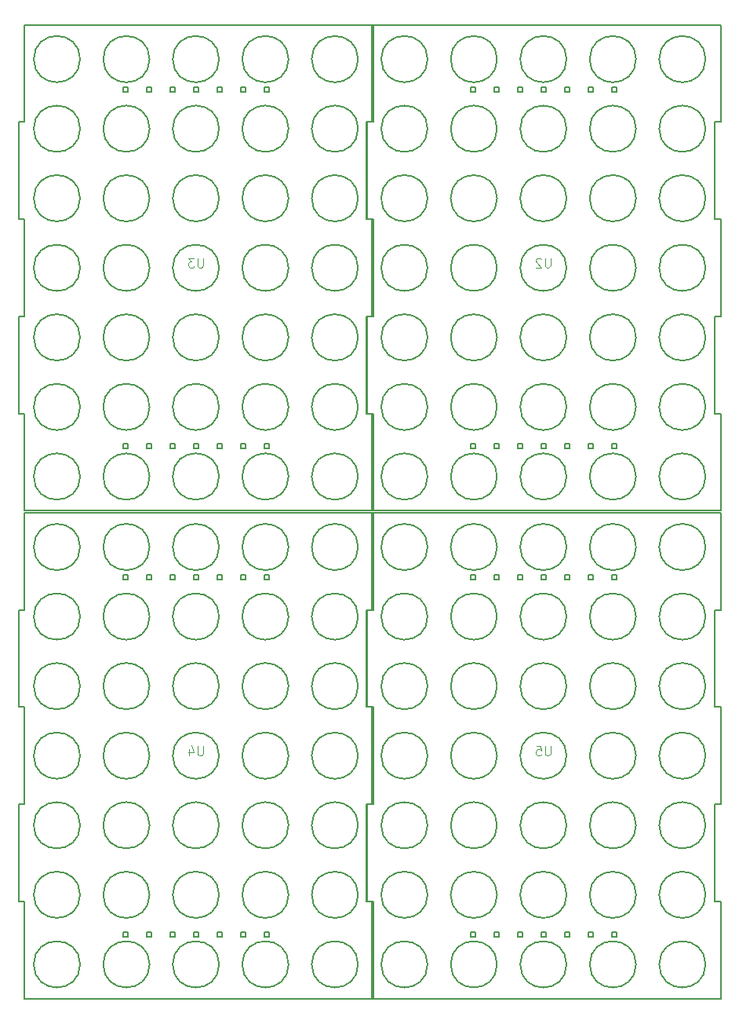
<source format=gbr>
%TF.GenerationSoftware,KiCad,Pcbnew,8.0.5*%
%TF.CreationDate,2025-02-27T20:45:01-08:00*%
%TF.ProjectId,ledaray,6c656461-7261-4792-9e6b-696361645f70,rev?*%
%TF.SameCoordinates,Original*%
%TF.FileFunction,Legend,Bot*%
%TF.FilePolarity,Positive*%
%FSLAX46Y46*%
G04 Gerber Fmt 4.6, Leading zero omitted, Abs format (unit mm)*
G04 Created by KiCad (PCBNEW 8.0.5) date 2025-02-27 20:45:01*
%MOMM*%
%LPD*%
G01*
G04 APERTURE LIST*
%ADD10C,0.100000*%
%ADD11C,0.200000*%
G04 APERTURE END LIST*
D10*
X124641904Y-60407419D02*
X124641904Y-61216942D01*
X124641904Y-61216942D02*
X124594285Y-61312180D01*
X124594285Y-61312180D02*
X124546666Y-61359800D01*
X124546666Y-61359800D02*
X124451428Y-61407419D01*
X124451428Y-61407419D02*
X124260952Y-61407419D01*
X124260952Y-61407419D02*
X124165714Y-61359800D01*
X124165714Y-61359800D02*
X124118095Y-61312180D01*
X124118095Y-61312180D02*
X124070476Y-61216942D01*
X124070476Y-61216942D02*
X124070476Y-60407419D01*
X123641904Y-60502657D02*
X123594285Y-60455038D01*
X123594285Y-60455038D02*
X123499047Y-60407419D01*
X123499047Y-60407419D02*
X123260952Y-60407419D01*
X123260952Y-60407419D02*
X123165714Y-60455038D01*
X123165714Y-60455038D02*
X123118095Y-60502657D01*
X123118095Y-60502657D02*
X123070476Y-60597895D01*
X123070476Y-60597895D02*
X123070476Y-60693133D01*
X123070476Y-60693133D02*
X123118095Y-60835990D01*
X123118095Y-60835990D02*
X123689523Y-61407419D01*
X123689523Y-61407419D02*
X123070476Y-61407419D01*
X124641904Y-113007419D02*
X124641904Y-113816942D01*
X124641904Y-113816942D02*
X124594285Y-113912180D01*
X124594285Y-113912180D02*
X124546666Y-113959800D01*
X124546666Y-113959800D02*
X124451428Y-114007419D01*
X124451428Y-114007419D02*
X124260952Y-114007419D01*
X124260952Y-114007419D02*
X124165714Y-113959800D01*
X124165714Y-113959800D02*
X124118095Y-113912180D01*
X124118095Y-113912180D02*
X124070476Y-113816942D01*
X124070476Y-113816942D02*
X124070476Y-113007419D01*
X123118095Y-113007419D02*
X123594285Y-113007419D01*
X123594285Y-113007419D02*
X123641904Y-113483609D01*
X123641904Y-113483609D02*
X123594285Y-113435990D01*
X123594285Y-113435990D02*
X123499047Y-113388371D01*
X123499047Y-113388371D02*
X123260952Y-113388371D01*
X123260952Y-113388371D02*
X123165714Y-113435990D01*
X123165714Y-113435990D02*
X123118095Y-113483609D01*
X123118095Y-113483609D02*
X123070476Y-113578847D01*
X123070476Y-113578847D02*
X123070476Y-113816942D01*
X123070476Y-113816942D02*
X123118095Y-113912180D01*
X123118095Y-113912180D02*
X123165714Y-113959800D01*
X123165714Y-113959800D02*
X123260952Y-114007419D01*
X123260952Y-114007419D02*
X123499047Y-114007419D01*
X123499047Y-114007419D02*
X123594285Y-113959800D01*
X123594285Y-113959800D02*
X123641904Y-113912180D01*
X87141904Y-60407419D02*
X87141904Y-61216942D01*
X87141904Y-61216942D02*
X87094285Y-61312180D01*
X87094285Y-61312180D02*
X87046666Y-61359800D01*
X87046666Y-61359800D02*
X86951428Y-61407419D01*
X86951428Y-61407419D02*
X86760952Y-61407419D01*
X86760952Y-61407419D02*
X86665714Y-61359800D01*
X86665714Y-61359800D02*
X86618095Y-61312180D01*
X86618095Y-61312180D02*
X86570476Y-61216942D01*
X86570476Y-61216942D02*
X86570476Y-60407419D01*
X86189523Y-60407419D02*
X85570476Y-60407419D01*
X85570476Y-60407419D02*
X85903809Y-60788371D01*
X85903809Y-60788371D02*
X85760952Y-60788371D01*
X85760952Y-60788371D02*
X85665714Y-60835990D01*
X85665714Y-60835990D02*
X85618095Y-60883609D01*
X85618095Y-60883609D02*
X85570476Y-60978847D01*
X85570476Y-60978847D02*
X85570476Y-61216942D01*
X85570476Y-61216942D02*
X85618095Y-61312180D01*
X85618095Y-61312180D02*
X85665714Y-61359800D01*
X85665714Y-61359800D02*
X85760952Y-61407419D01*
X85760952Y-61407419D02*
X86046666Y-61407419D01*
X86046666Y-61407419D02*
X86141904Y-61359800D01*
X86141904Y-61359800D02*
X86189523Y-61312180D01*
X87141904Y-113007419D02*
X87141904Y-113816942D01*
X87141904Y-113816942D02*
X87094285Y-113912180D01*
X87094285Y-113912180D02*
X87046666Y-113959800D01*
X87046666Y-113959800D02*
X86951428Y-114007419D01*
X86951428Y-114007419D02*
X86760952Y-114007419D01*
X86760952Y-114007419D02*
X86665714Y-113959800D01*
X86665714Y-113959800D02*
X86618095Y-113912180D01*
X86618095Y-113912180D02*
X86570476Y-113816942D01*
X86570476Y-113816942D02*
X86570476Y-113007419D01*
X85665714Y-113340752D02*
X85665714Y-114007419D01*
X85903809Y-112959800D02*
X86141904Y-113674085D01*
X86141904Y-113674085D02*
X85522857Y-113674085D01*
D11*
%TO.C,U2*%
X104740000Y-45730000D02*
X105400000Y-45730000D01*
X104740000Y-56210000D02*
X104740000Y-45730000D01*
X104740000Y-66690000D02*
X105400000Y-66690000D01*
X104740000Y-77170000D02*
X104740000Y-66690000D01*
X105400000Y-35250000D02*
X143020000Y-35250000D01*
X105400000Y-45730000D02*
X105400000Y-35250000D01*
X105400000Y-56210000D02*
X104740000Y-56210000D01*
X105400000Y-66690000D02*
X105400000Y-56210000D01*
X105400000Y-77170000D02*
X104740000Y-77170000D01*
X105400000Y-87650000D02*
X105400000Y-77170000D01*
X116010000Y-41950000D02*
X116510000Y-41950000D01*
X116010000Y-42450000D02*
X116010000Y-41950000D01*
X116010000Y-80450000D02*
X116510000Y-80450000D01*
X116010000Y-80950000D02*
X116010000Y-80450000D01*
X116510000Y-41950000D02*
X116510000Y-42450000D01*
X116510000Y-42450000D02*
X116010000Y-42450000D01*
X116510000Y-80450000D02*
X116510000Y-80950000D01*
X116510000Y-80950000D02*
X116010000Y-80950000D01*
X118550000Y-41950000D02*
X119050000Y-41950000D01*
X118550000Y-42450000D02*
X118550000Y-41950000D01*
X118550000Y-80450000D02*
X119050000Y-80450000D01*
X118550000Y-80950000D02*
X118550000Y-80450000D01*
X119050000Y-41950000D02*
X119050000Y-42450000D01*
X119050000Y-42450000D02*
X118550000Y-42450000D01*
X119050000Y-80450000D02*
X119050000Y-80950000D01*
X119050000Y-80950000D02*
X118550000Y-80950000D01*
X121090000Y-41950000D02*
X121590000Y-41950000D01*
X121090000Y-42450000D02*
X121090000Y-41950000D01*
X121090000Y-80450000D02*
X121590000Y-80450000D01*
X121090000Y-80950000D02*
X121090000Y-80450000D01*
X121590000Y-41950000D02*
X121590000Y-42450000D01*
X121590000Y-42450000D02*
X121090000Y-42450000D01*
X121590000Y-80450000D02*
X121590000Y-80950000D01*
X121590000Y-80950000D02*
X121090000Y-80950000D01*
X123630000Y-41950000D02*
X124130000Y-41950000D01*
X123630000Y-42450000D02*
X123630000Y-41950000D01*
X123630000Y-80450000D02*
X124130000Y-80450000D01*
X123630000Y-80950000D02*
X123630000Y-80450000D01*
X124130000Y-41950000D02*
X124130000Y-42450000D01*
X124130000Y-42450000D02*
X123630000Y-42450000D01*
X124130000Y-80450000D02*
X124130000Y-80950000D01*
X124130000Y-80950000D02*
X123630000Y-80950000D01*
X126170000Y-41950000D02*
X126670000Y-41950000D01*
X126170000Y-42450000D02*
X126170000Y-41950000D01*
X126170000Y-80450000D02*
X126670000Y-80450000D01*
X126170000Y-80950000D02*
X126170000Y-80450000D01*
X126670000Y-41950000D02*
X126670000Y-42450000D01*
X126670000Y-42450000D02*
X126170000Y-42450000D01*
X126670000Y-80450000D02*
X126670000Y-80950000D01*
X126670000Y-80950000D02*
X126170000Y-80950000D01*
X128710000Y-41950000D02*
X129210000Y-41950000D01*
X128710000Y-42450000D02*
X128710000Y-41950000D01*
X128710000Y-80450000D02*
X129210000Y-80450000D01*
X128710000Y-80950000D02*
X128710000Y-80450000D01*
X129210000Y-41950000D02*
X129210000Y-42450000D01*
X129210000Y-42450000D02*
X128710000Y-42450000D01*
X129210000Y-80450000D02*
X129210000Y-80950000D01*
X129210000Y-80950000D02*
X128710000Y-80950000D01*
X131250000Y-41950000D02*
X131750000Y-41950000D01*
X131250000Y-42450000D02*
X131250000Y-41950000D01*
X131250000Y-80450000D02*
X131750000Y-80450000D01*
X131250000Y-80950000D02*
X131250000Y-80450000D01*
X131750000Y-41950000D02*
X131750000Y-42450000D01*
X131750000Y-42450000D02*
X131250000Y-42450000D01*
X131750000Y-80450000D02*
X131750000Y-80950000D01*
X131750000Y-80950000D02*
X131250000Y-80950000D01*
X142360000Y-45730000D02*
X142360000Y-56210000D01*
X142360000Y-56210000D02*
X143020000Y-56210000D01*
X142360000Y-66690000D02*
X142360000Y-77170000D01*
X142360000Y-77170000D02*
X143020000Y-77170000D01*
X143020000Y-35250000D02*
X143020000Y-45730000D01*
X143020000Y-45730000D02*
X142360000Y-45730000D01*
X143020000Y-56210000D02*
X143020000Y-66690000D01*
X143020000Y-66690000D02*
X142360000Y-66690000D01*
X143020000Y-77170000D02*
X143020000Y-87650000D01*
X143020000Y-87650000D02*
X105400000Y-87650000D01*
X111380000Y-38950000D02*
G75*
G02*
X106380000Y-38950000I-2500000J0D01*
G01*
X106380000Y-38950000D02*
G75*
G02*
X111380000Y-38950000I2500000J0D01*
G01*
X111380000Y-46450000D02*
G75*
G02*
X106380000Y-46450000I-2500000J0D01*
G01*
X106380000Y-46450000D02*
G75*
G02*
X111380000Y-46450000I2500000J0D01*
G01*
X111380000Y-53950000D02*
G75*
G02*
X106380000Y-53950000I-2500000J0D01*
G01*
X106380000Y-53950000D02*
G75*
G02*
X111380000Y-53950000I2500000J0D01*
G01*
X111380000Y-61450000D02*
G75*
G02*
X106380000Y-61450000I-2500000J0D01*
G01*
X106380000Y-61450000D02*
G75*
G02*
X111380000Y-61450000I2500000J0D01*
G01*
X111380000Y-68950000D02*
G75*
G02*
X106380000Y-68950000I-2500000J0D01*
G01*
X106380000Y-68950000D02*
G75*
G02*
X111380000Y-68950000I2500000J0D01*
G01*
X111380000Y-76450000D02*
G75*
G02*
X106380000Y-76450000I-2500000J0D01*
G01*
X106380000Y-76450000D02*
G75*
G02*
X111380000Y-76450000I2500000J0D01*
G01*
X111380000Y-83950000D02*
G75*
G02*
X106380000Y-83950000I-2500000J0D01*
G01*
X106380000Y-83950000D02*
G75*
G02*
X111380000Y-83950000I2500000J0D01*
G01*
X118880000Y-38950000D02*
G75*
G02*
X113880000Y-38950000I-2500000J0D01*
G01*
X113880000Y-38950000D02*
G75*
G02*
X118880000Y-38950000I2500000J0D01*
G01*
X118880000Y-46450000D02*
G75*
G02*
X113880000Y-46450000I-2500000J0D01*
G01*
X113880000Y-46450000D02*
G75*
G02*
X118880000Y-46450000I2500000J0D01*
G01*
X118880000Y-53950000D02*
G75*
G02*
X113880000Y-53950000I-2500000J0D01*
G01*
X113880000Y-53950000D02*
G75*
G02*
X118880000Y-53950000I2500000J0D01*
G01*
X118880000Y-61450000D02*
G75*
G02*
X113880000Y-61450000I-2500000J0D01*
G01*
X113880000Y-61450000D02*
G75*
G02*
X118880000Y-61450000I2500000J0D01*
G01*
X118880000Y-68950000D02*
G75*
G02*
X113880000Y-68950000I-2500000J0D01*
G01*
X113880000Y-68950000D02*
G75*
G02*
X118880000Y-68950000I2500000J0D01*
G01*
X118880000Y-76450000D02*
G75*
G02*
X113880000Y-76450000I-2500000J0D01*
G01*
X113880000Y-76450000D02*
G75*
G02*
X118880000Y-76450000I2500000J0D01*
G01*
X118880000Y-83950000D02*
G75*
G02*
X113880000Y-83950000I-2500000J0D01*
G01*
X113880000Y-83950000D02*
G75*
G02*
X118880000Y-83950000I2500000J0D01*
G01*
X126380000Y-38950000D02*
G75*
G02*
X121380000Y-38950000I-2500000J0D01*
G01*
X121380000Y-38950000D02*
G75*
G02*
X126380000Y-38950000I2500000J0D01*
G01*
X126380000Y-46450000D02*
G75*
G02*
X121380000Y-46450000I-2500000J0D01*
G01*
X121380000Y-46450000D02*
G75*
G02*
X126380000Y-46450000I2500000J0D01*
G01*
X126380000Y-53950000D02*
G75*
G02*
X121380000Y-53950000I-2500000J0D01*
G01*
X121380000Y-53950000D02*
G75*
G02*
X126380000Y-53950000I2500000J0D01*
G01*
X126380000Y-61450000D02*
G75*
G02*
X121380000Y-61450000I-2500000J0D01*
G01*
X121380000Y-61450000D02*
G75*
G02*
X126380000Y-61450000I2500000J0D01*
G01*
X126380000Y-68950000D02*
G75*
G02*
X121380000Y-68950000I-2500000J0D01*
G01*
X121380000Y-68950000D02*
G75*
G02*
X126380000Y-68950000I2500000J0D01*
G01*
X126380000Y-76450000D02*
G75*
G02*
X121380000Y-76450000I-2500000J0D01*
G01*
X121380000Y-76450000D02*
G75*
G02*
X126380000Y-76450000I2500000J0D01*
G01*
X126380000Y-83950000D02*
G75*
G02*
X121380000Y-83950000I-2500000J0D01*
G01*
X121380000Y-83950000D02*
G75*
G02*
X126380000Y-83950000I2500000J0D01*
G01*
X133880000Y-38950000D02*
G75*
G02*
X128880000Y-38950000I-2500000J0D01*
G01*
X128880000Y-38950000D02*
G75*
G02*
X133880000Y-38950000I2500000J0D01*
G01*
X133880000Y-46450000D02*
G75*
G02*
X128880000Y-46450000I-2500000J0D01*
G01*
X128880000Y-46450000D02*
G75*
G02*
X133880000Y-46450000I2500000J0D01*
G01*
X133880000Y-53950000D02*
G75*
G02*
X128880000Y-53950000I-2500000J0D01*
G01*
X128880000Y-53950000D02*
G75*
G02*
X133880000Y-53950000I2500000J0D01*
G01*
X133880000Y-61450000D02*
G75*
G02*
X128880000Y-61450000I-2500000J0D01*
G01*
X128880000Y-61450000D02*
G75*
G02*
X133880000Y-61450000I2500000J0D01*
G01*
X133880000Y-68950000D02*
G75*
G02*
X128880000Y-68950000I-2500000J0D01*
G01*
X128880000Y-68950000D02*
G75*
G02*
X133880000Y-68950000I2500000J0D01*
G01*
X133880000Y-76450000D02*
G75*
G02*
X128880000Y-76450000I-2500000J0D01*
G01*
X128880000Y-76450000D02*
G75*
G02*
X133880000Y-76450000I2500000J0D01*
G01*
X133880000Y-83950000D02*
G75*
G02*
X128880000Y-83950000I-2500000J0D01*
G01*
X128880000Y-83950000D02*
G75*
G02*
X133880000Y-83950000I2500000J0D01*
G01*
X141380000Y-38950000D02*
G75*
G02*
X136380000Y-38950000I-2500000J0D01*
G01*
X136380000Y-38950000D02*
G75*
G02*
X141380000Y-38950000I2500000J0D01*
G01*
X141380000Y-46450000D02*
G75*
G02*
X136380000Y-46450000I-2500000J0D01*
G01*
X136380000Y-46450000D02*
G75*
G02*
X141380000Y-46450000I2500000J0D01*
G01*
X141380000Y-53950000D02*
G75*
G02*
X136380000Y-53950000I-2500000J0D01*
G01*
X136380000Y-53950000D02*
G75*
G02*
X141380000Y-53950000I2500000J0D01*
G01*
X141380000Y-61450000D02*
G75*
G02*
X136380000Y-61450000I-2500000J0D01*
G01*
X136380000Y-61450000D02*
G75*
G02*
X141380000Y-61450000I2500000J0D01*
G01*
X141380000Y-68950000D02*
G75*
G02*
X136380000Y-68950000I-2500000J0D01*
G01*
X136380000Y-68950000D02*
G75*
G02*
X141380000Y-68950000I2500000J0D01*
G01*
X141380000Y-76450000D02*
G75*
G02*
X136380000Y-76450000I-2500000J0D01*
G01*
X136380000Y-76450000D02*
G75*
G02*
X141380000Y-76450000I2500000J0D01*
G01*
X141380000Y-83950000D02*
G75*
G02*
X136380000Y-83950000I-2500000J0D01*
G01*
X136380000Y-83950000D02*
G75*
G02*
X141380000Y-83950000I2500000J0D01*
G01*
%TO.C,U5*%
X104740000Y-98330000D02*
X105400000Y-98330000D01*
X104740000Y-108810000D02*
X104740000Y-98330000D01*
X104740000Y-119290000D02*
X105400000Y-119290000D01*
X104740000Y-129770000D02*
X104740000Y-119290000D01*
X105400000Y-87850000D02*
X143020000Y-87850000D01*
X105400000Y-98330000D02*
X105400000Y-87850000D01*
X105400000Y-108810000D02*
X104740000Y-108810000D01*
X105400000Y-119290000D02*
X105400000Y-108810000D01*
X105400000Y-129770000D02*
X104740000Y-129770000D01*
X105400000Y-140250000D02*
X105400000Y-129770000D01*
X116010000Y-94550000D02*
X116510000Y-94550000D01*
X116010000Y-95050000D02*
X116010000Y-94550000D01*
X116010000Y-133050000D02*
X116510000Y-133050000D01*
X116010000Y-133550000D02*
X116010000Y-133050000D01*
X116510000Y-94550000D02*
X116510000Y-95050000D01*
X116510000Y-95050000D02*
X116010000Y-95050000D01*
X116510000Y-133050000D02*
X116510000Y-133550000D01*
X116510000Y-133550000D02*
X116010000Y-133550000D01*
X118550000Y-94550000D02*
X119050000Y-94550000D01*
X118550000Y-95050000D02*
X118550000Y-94550000D01*
X118550000Y-133050000D02*
X119050000Y-133050000D01*
X118550000Y-133550000D02*
X118550000Y-133050000D01*
X119050000Y-94550000D02*
X119050000Y-95050000D01*
X119050000Y-95050000D02*
X118550000Y-95050000D01*
X119050000Y-133050000D02*
X119050000Y-133550000D01*
X119050000Y-133550000D02*
X118550000Y-133550000D01*
X121090000Y-94550000D02*
X121590000Y-94550000D01*
X121090000Y-95050000D02*
X121090000Y-94550000D01*
X121090000Y-133050000D02*
X121590000Y-133050000D01*
X121090000Y-133550000D02*
X121090000Y-133050000D01*
X121590000Y-94550000D02*
X121590000Y-95050000D01*
X121590000Y-95050000D02*
X121090000Y-95050000D01*
X121590000Y-133050000D02*
X121590000Y-133550000D01*
X121590000Y-133550000D02*
X121090000Y-133550000D01*
X123630000Y-94550000D02*
X124130000Y-94550000D01*
X123630000Y-95050000D02*
X123630000Y-94550000D01*
X123630000Y-133050000D02*
X124130000Y-133050000D01*
X123630000Y-133550000D02*
X123630000Y-133050000D01*
X124130000Y-94550000D02*
X124130000Y-95050000D01*
X124130000Y-95050000D02*
X123630000Y-95050000D01*
X124130000Y-133050000D02*
X124130000Y-133550000D01*
X124130000Y-133550000D02*
X123630000Y-133550000D01*
X126170000Y-94550000D02*
X126670000Y-94550000D01*
X126170000Y-95050000D02*
X126170000Y-94550000D01*
X126170000Y-133050000D02*
X126670000Y-133050000D01*
X126170000Y-133550000D02*
X126170000Y-133050000D01*
X126670000Y-94550000D02*
X126670000Y-95050000D01*
X126670000Y-95050000D02*
X126170000Y-95050000D01*
X126670000Y-133050000D02*
X126670000Y-133550000D01*
X126670000Y-133550000D02*
X126170000Y-133550000D01*
X128710000Y-94550000D02*
X129210000Y-94550000D01*
X128710000Y-95050000D02*
X128710000Y-94550000D01*
X128710000Y-133050000D02*
X129210000Y-133050000D01*
X128710000Y-133550000D02*
X128710000Y-133050000D01*
X129210000Y-94550000D02*
X129210000Y-95050000D01*
X129210000Y-95050000D02*
X128710000Y-95050000D01*
X129210000Y-133050000D02*
X129210000Y-133550000D01*
X129210000Y-133550000D02*
X128710000Y-133550000D01*
X131250000Y-94550000D02*
X131750000Y-94550000D01*
X131250000Y-95050000D02*
X131250000Y-94550000D01*
X131250000Y-133050000D02*
X131750000Y-133050000D01*
X131250000Y-133550000D02*
X131250000Y-133050000D01*
X131750000Y-94550000D02*
X131750000Y-95050000D01*
X131750000Y-95050000D02*
X131250000Y-95050000D01*
X131750000Y-133050000D02*
X131750000Y-133550000D01*
X131750000Y-133550000D02*
X131250000Y-133550000D01*
X142360000Y-98330000D02*
X142360000Y-108810000D01*
X142360000Y-108810000D02*
X143020000Y-108810000D01*
X142360000Y-119290000D02*
X142360000Y-129770000D01*
X142360000Y-129770000D02*
X143020000Y-129770000D01*
X143020000Y-87850000D02*
X143020000Y-98330000D01*
X143020000Y-98330000D02*
X142360000Y-98330000D01*
X143020000Y-108810000D02*
X143020000Y-119290000D01*
X143020000Y-119290000D02*
X142360000Y-119290000D01*
X143020000Y-129770000D02*
X143020000Y-140250000D01*
X143020000Y-140250000D02*
X105400000Y-140250000D01*
X111380000Y-91550000D02*
G75*
G02*
X106380000Y-91550000I-2500000J0D01*
G01*
X106380000Y-91550000D02*
G75*
G02*
X111380000Y-91550000I2500000J0D01*
G01*
X111380000Y-99050000D02*
G75*
G02*
X106380000Y-99050000I-2500000J0D01*
G01*
X106380000Y-99050000D02*
G75*
G02*
X111380000Y-99050000I2500000J0D01*
G01*
X111380000Y-106550000D02*
G75*
G02*
X106380000Y-106550000I-2500000J0D01*
G01*
X106380000Y-106550000D02*
G75*
G02*
X111380000Y-106550000I2500000J0D01*
G01*
X111380000Y-114050000D02*
G75*
G02*
X106380000Y-114050000I-2500000J0D01*
G01*
X106380000Y-114050000D02*
G75*
G02*
X111380000Y-114050000I2500000J0D01*
G01*
X111380000Y-121550000D02*
G75*
G02*
X106380000Y-121550000I-2500000J0D01*
G01*
X106380000Y-121550000D02*
G75*
G02*
X111380000Y-121550000I2500000J0D01*
G01*
X111380000Y-129050000D02*
G75*
G02*
X106380000Y-129050000I-2500000J0D01*
G01*
X106380000Y-129050000D02*
G75*
G02*
X111380000Y-129050000I2500000J0D01*
G01*
X111380000Y-136550000D02*
G75*
G02*
X106380000Y-136550000I-2500000J0D01*
G01*
X106380000Y-136550000D02*
G75*
G02*
X111380000Y-136550000I2500000J0D01*
G01*
X118880000Y-91550000D02*
G75*
G02*
X113880000Y-91550000I-2500000J0D01*
G01*
X113880000Y-91550000D02*
G75*
G02*
X118880000Y-91550000I2500000J0D01*
G01*
X118880000Y-99050000D02*
G75*
G02*
X113880000Y-99050000I-2500000J0D01*
G01*
X113880000Y-99050000D02*
G75*
G02*
X118880000Y-99050000I2500000J0D01*
G01*
X118880000Y-106550000D02*
G75*
G02*
X113880000Y-106550000I-2500000J0D01*
G01*
X113880000Y-106550000D02*
G75*
G02*
X118880000Y-106550000I2500000J0D01*
G01*
X118880000Y-114050000D02*
G75*
G02*
X113880000Y-114050000I-2500000J0D01*
G01*
X113880000Y-114050000D02*
G75*
G02*
X118880000Y-114050000I2500000J0D01*
G01*
X118880000Y-121550000D02*
G75*
G02*
X113880000Y-121550000I-2500000J0D01*
G01*
X113880000Y-121550000D02*
G75*
G02*
X118880000Y-121550000I2500000J0D01*
G01*
X118880000Y-129050000D02*
G75*
G02*
X113880000Y-129050000I-2500000J0D01*
G01*
X113880000Y-129050000D02*
G75*
G02*
X118880000Y-129050000I2500000J0D01*
G01*
X118880000Y-136550000D02*
G75*
G02*
X113880000Y-136550000I-2500000J0D01*
G01*
X113880000Y-136550000D02*
G75*
G02*
X118880000Y-136550000I2500000J0D01*
G01*
X126380000Y-91550000D02*
G75*
G02*
X121380000Y-91550000I-2500000J0D01*
G01*
X121380000Y-91550000D02*
G75*
G02*
X126380000Y-91550000I2500000J0D01*
G01*
X126380000Y-99050000D02*
G75*
G02*
X121380000Y-99050000I-2500000J0D01*
G01*
X121380000Y-99050000D02*
G75*
G02*
X126380000Y-99050000I2500000J0D01*
G01*
X126380000Y-106550000D02*
G75*
G02*
X121380000Y-106550000I-2500000J0D01*
G01*
X121380000Y-106550000D02*
G75*
G02*
X126380000Y-106550000I2500000J0D01*
G01*
X126380000Y-114050000D02*
G75*
G02*
X121380000Y-114050000I-2500000J0D01*
G01*
X121380000Y-114050000D02*
G75*
G02*
X126380000Y-114050000I2500000J0D01*
G01*
X126380000Y-121550000D02*
G75*
G02*
X121380000Y-121550000I-2500000J0D01*
G01*
X121380000Y-121550000D02*
G75*
G02*
X126380000Y-121550000I2500000J0D01*
G01*
X126380000Y-129050000D02*
G75*
G02*
X121380000Y-129050000I-2500000J0D01*
G01*
X121380000Y-129050000D02*
G75*
G02*
X126380000Y-129050000I2500000J0D01*
G01*
X126380000Y-136550000D02*
G75*
G02*
X121380000Y-136550000I-2500000J0D01*
G01*
X121380000Y-136550000D02*
G75*
G02*
X126380000Y-136550000I2500000J0D01*
G01*
X133880000Y-91550000D02*
G75*
G02*
X128880000Y-91550000I-2500000J0D01*
G01*
X128880000Y-91550000D02*
G75*
G02*
X133880000Y-91550000I2500000J0D01*
G01*
X133880000Y-99050000D02*
G75*
G02*
X128880000Y-99050000I-2500000J0D01*
G01*
X128880000Y-99050000D02*
G75*
G02*
X133880000Y-99050000I2500000J0D01*
G01*
X133880000Y-106550000D02*
G75*
G02*
X128880000Y-106550000I-2500000J0D01*
G01*
X128880000Y-106550000D02*
G75*
G02*
X133880000Y-106550000I2500000J0D01*
G01*
X133880000Y-114050000D02*
G75*
G02*
X128880000Y-114050000I-2500000J0D01*
G01*
X128880000Y-114050000D02*
G75*
G02*
X133880000Y-114050000I2500000J0D01*
G01*
X133880000Y-121550000D02*
G75*
G02*
X128880000Y-121550000I-2500000J0D01*
G01*
X128880000Y-121550000D02*
G75*
G02*
X133880000Y-121550000I2500000J0D01*
G01*
X133880000Y-129050000D02*
G75*
G02*
X128880000Y-129050000I-2500000J0D01*
G01*
X128880000Y-129050000D02*
G75*
G02*
X133880000Y-129050000I2500000J0D01*
G01*
X133880000Y-136550000D02*
G75*
G02*
X128880000Y-136550000I-2500000J0D01*
G01*
X128880000Y-136550000D02*
G75*
G02*
X133880000Y-136550000I2500000J0D01*
G01*
X141380000Y-91550000D02*
G75*
G02*
X136380000Y-91550000I-2500000J0D01*
G01*
X136380000Y-91550000D02*
G75*
G02*
X141380000Y-91550000I2500000J0D01*
G01*
X141380000Y-99050000D02*
G75*
G02*
X136380000Y-99050000I-2500000J0D01*
G01*
X136380000Y-99050000D02*
G75*
G02*
X141380000Y-99050000I2500000J0D01*
G01*
X141380000Y-106550000D02*
G75*
G02*
X136380000Y-106550000I-2500000J0D01*
G01*
X136380000Y-106550000D02*
G75*
G02*
X141380000Y-106550000I2500000J0D01*
G01*
X141380000Y-114050000D02*
G75*
G02*
X136380000Y-114050000I-2500000J0D01*
G01*
X136380000Y-114050000D02*
G75*
G02*
X141380000Y-114050000I2500000J0D01*
G01*
X141380000Y-121550000D02*
G75*
G02*
X136380000Y-121550000I-2500000J0D01*
G01*
X136380000Y-121550000D02*
G75*
G02*
X141380000Y-121550000I2500000J0D01*
G01*
X141380000Y-129050000D02*
G75*
G02*
X136380000Y-129050000I-2500000J0D01*
G01*
X136380000Y-129050000D02*
G75*
G02*
X141380000Y-129050000I2500000J0D01*
G01*
X141380000Y-136550000D02*
G75*
G02*
X136380000Y-136550000I-2500000J0D01*
G01*
X136380000Y-136550000D02*
G75*
G02*
X141380000Y-136550000I2500000J0D01*
G01*
%TO.C,U3*%
X67240000Y-45730000D02*
X67900000Y-45730000D01*
X67240000Y-56210000D02*
X67240000Y-45730000D01*
X67240000Y-66690000D02*
X67900000Y-66690000D01*
X67240000Y-77170000D02*
X67240000Y-66690000D01*
X67900000Y-35250000D02*
X105520000Y-35250000D01*
X67900000Y-45730000D02*
X67900000Y-35250000D01*
X67900000Y-56210000D02*
X67240000Y-56210000D01*
X67900000Y-66690000D02*
X67900000Y-56210000D01*
X67900000Y-77170000D02*
X67240000Y-77170000D01*
X67900000Y-87650000D02*
X67900000Y-77170000D01*
X78510000Y-41950000D02*
X79010000Y-41950000D01*
X78510000Y-42450000D02*
X78510000Y-41950000D01*
X78510000Y-80450000D02*
X79010000Y-80450000D01*
X78510000Y-80950000D02*
X78510000Y-80450000D01*
X79010000Y-41950000D02*
X79010000Y-42450000D01*
X79010000Y-42450000D02*
X78510000Y-42450000D01*
X79010000Y-80450000D02*
X79010000Y-80950000D01*
X79010000Y-80950000D02*
X78510000Y-80950000D01*
X81050000Y-41950000D02*
X81550000Y-41950000D01*
X81050000Y-42450000D02*
X81050000Y-41950000D01*
X81050000Y-80450000D02*
X81550000Y-80450000D01*
X81050000Y-80950000D02*
X81050000Y-80450000D01*
X81550000Y-41950000D02*
X81550000Y-42450000D01*
X81550000Y-42450000D02*
X81050000Y-42450000D01*
X81550000Y-80450000D02*
X81550000Y-80950000D01*
X81550000Y-80950000D02*
X81050000Y-80950000D01*
X83590000Y-41950000D02*
X84090000Y-41950000D01*
X83590000Y-42450000D02*
X83590000Y-41950000D01*
X83590000Y-80450000D02*
X84090000Y-80450000D01*
X83590000Y-80950000D02*
X83590000Y-80450000D01*
X84090000Y-41950000D02*
X84090000Y-42450000D01*
X84090000Y-42450000D02*
X83590000Y-42450000D01*
X84090000Y-80450000D02*
X84090000Y-80950000D01*
X84090000Y-80950000D02*
X83590000Y-80950000D01*
X86130000Y-41950000D02*
X86630000Y-41950000D01*
X86130000Y-42450000D02*
X86130000Y-41950000D01*
X86130000Y-80450000D02*
X86630000Y-80450000D01*
X86130000Y-80950000D02*
X86130000Y-80450000D01*
X86630000Y-41950000D02*
X86630000Y-42450000D01*
X86630000Y-42450000D02*
X86130000Y-42450000D01*
X86630000Y-80450000D02*
X86630000Y-80950000D01*
X86630000Y-80950000D02*
X86130000Y-80950000D01*
X88670000Y-41950000D02*
X89170000Y-41950000D01*
X88670000Y-42450000D02*
X88670000Y-41950000D01*
X88670000Y-80450000D02*
X89170000Y-80450000D01*
X88670000Y-80950000D02*
X88670000Y-80450000D01*
X89170000Y-41950000D02*
X89170000Y-42450000D01*
X89170000Y-42450000D02*
X88670000Y-42450000D01*
X89170000Y-80450000D02*
X89170000Y-80950000D01*
X89170000Y-80950000D02*
X88670000Y-80950000D01*
X91210000Y-41950000D02*
X91710000Y-41950000D01*
X91210000Y-42450000D02*
X91210000Y-41950000D01*
X91210000Y-80450000D02*
X91710000Y-80450000D01*
X91210000Y-80950000D02*
X91210000Y-80450000D01*
X91710000Y-41950000D02*
X91710000Y-42450000D01*
X91710000Y-42450000D02*
X91210000Y-42450000D01*
X91710000Y-80450000D02*
X91710000Y-80950000D01*
X91710000Y-80950000D02*
X91210000Y-80950000D01*
X93750000Y-41950000D02*
X94250000Y-41950000D01*
X93750000Y-42450000D02*
X93750000Y-41950000D01*
X93750000Y-80450000D02*
X94250000Y-80450000D01*
X93750000Y-80950000D02*
X93750000Y-80450000D01*
X94250000Y-41950000D02*
X94250000Y-42450000D01*
X94250000Y-42450000D02*
X93750000Y-42450000D01*
X94250000Y-80450000D02*
X94250000Y-80950000D01*
X94250000Y-80950000D02*
X93750000Y-80950000D01*
X104860000Y-45730000D02*
X104860000Y-56210000D01*
X104860000Y-56210000D02*
X105520000Y-56210000D01*
X104860000Y-66690000D02*
X104860000Y-77170000D01*
X104860000Y-77170000D02*
X105520000Y-77170000D01*
X105520000Y-35250000D02*
X105520000Y-45730000D01*
X105520000Y-45730000D02*
X104860000Y-45730000D01*
X105520000Y-56210000D02*
X105520000Y-66690000D01*
X105520000Y-66690000D02*
X104860000Y-66690000D01*
X105520000Y-77170000D02*
X105520000Y-87650000D01*
X105520000Y-87650000D02*
X67900000Y-87650000D01*
X73880000Y-38950000D02*
G75*
G02*
X68880000Y-38950000I-2500000J0D01*
G01*
X68880000Y-38950000D02*
G75*
G02*
X73880000Y-38950000I2500000J0D01*
G01*
X73880000Y-46450000D02*
G75*
G02*
X68880000Y-46450000I-2500000J0D01*
G01*
X68880000Y-46450000D02*
G75*
G02*
X73880000Y-46450000I2500000J0D01*
G01*
X73880000Y-53950000D02*
G75*
G02*
X68880000Y-53950000I-2500000J0D01*
G01*
X68880000Y-53950000D02*
G75*
G02*
X73880000Y-53950000I2500000J0D01*
G01*
X73880000Y-61450000D02*
G75*
G02*
X68880000Y-61450000I-2500000J0D01*
G01*
X68880000Y-61450000D02*
G75*
G02*
X73880000Y-61450000I2500000J0D01*
G01*
X73880000Y-68950000D02*
G75*
G02*
X68880000Y-68950000I-2500000J0D01*
G01*
X68880000Y-68950000D02*
G75*
G02*
X73880000Y-68950000I2500000J0D01*
G01*
X73880000Y-76450000D02*
G75*
G02*
X68880000Y-76450000I-2500000J0D01*
G01*
X68880000Y-76450000D02*
G75*
G02*
X73880000Y-76450000I2500000J0D01*
G01*
X73880000Y-83950000D02*
G75*
G02*
X68880000Y-83950000I-2500000J0D01*
G01*
X68880000Y-83950000D02*
G75*
G02*
X73880000Y-83950000I2500000J0D01*
G01*
X81380000Y-38950000D02*
G75*
G02*
X76380000Y-38950000I-2500000J0D01*
G01*
X76380000Y-38950000D02*
G75*
G02*
X81380000Y-38950000I2500000J0D01*
G01*
X81380000Y-46450000D02*
G75*
G02*
X76380000Y-46450000I-2500000J0D01*
G01*
X76380000Y-46450000D02*
G75*
G02*
X81380000Y-46450000I2500000J0D01*
G01*
X81380000Y-53950000D02*
G75*
G02*
X76380000Y-53950000I-2500000J0D01*
G01*
X76380000Y-53950000D02*
G75*
G02*
X81380000Y-53950000I2500000J0D01*
G01*
X81380000Y-61450000D02*
G75*
G02*
X76380000Y-61450000I-2500000J0D01*
G01*
X76380000Y-61450000D02*
G75*
G02*
X81380000Y-61450000I2500000J0D01*
G01*
X81380000Y-68950000D02*
G75*
G02*
X76380000Y-68950000I-2500000J0D01*
G01*
X76380000Y-68950000D02*
G75*
G02*
X81380000Y-68950000I2500000J0D01*
G01*
X81380000Y-76450000D02*
G75*
G02*
X76380000Y-76450000I-2500000J0D01*
G01*
X76380000Y-76450000D02*
G75*
G02*
X81380000Y-76450000I2500000J0D01*
G01*
X81380000Y-83950000D02*
G75*
G02*
X76380000Y-83950000I-2500000J0D01*
G01*
X76380000Y-83950000D02*
G75*
G02*
X81380000Y-83950000I2500000J0D01*
G01*
X88880000Y-38950000D02*
G75*
G02*
X83880000Y-38950000I-2500000J0D01*
G01*
X83880000Y-38950000D02*
G75*
G02*
X88880000Y-38950000I2500000J0D01*
G01*
X88880000Y-46450000D02*
G75*
G02*
X83880000Y-46450000I-2500000J0D01*
G01*
X83880000Y-46450000D02*
G75*
G02*
X88880000Y-46450000I2500000J0D01*
G01*
X88880000Y-53950000D02*
G75*
G02*
X83880000Y-53950000I-2500000J0D01*
G01*
X83880000Y-53950000D02*
G75*
G02*
X88880000Y-53950000I2500000J0D01*
G01*
X88880000Y-61450000D02*
G75*
G02*
X83880000Y-61450000I-2500000J0D01*
G01*
X83880000Y-61450000D02*
G75*
G02*
X88880000Y-61450000I2500000J0D01*
G01*
X88880000Y-68950000D02*
G75*
G02*
X83880000Y-68950000I-2500000J0D01*
G01*
X83880000Y-68950000D02*
G75*
G02*
X88880000Y-68950000I2500000J0D01*
G01*
X88880000Y-76450000D02*
G75*
G02*
X83880000Y-76450000I-2500000J0D01*
G01*
X83880000Y-76450000D02*
G75*
G02*
X88880000Y-76450000I2500000J0D01*
G01*
X88880000Y-83950000D02*
G75*
G02*
X83880000Y-83950000I-2500000J0D01*
G01*
X83880000Y-83950000D02*
G75*
G02*
X88880000Y-83950000I2500000J0D01*
G01*
X96380000Y-38950000D02*
G75*
G02*
X91380000Y-38950000I-2500000J0D01*
G01*
X91380000Y-38950000D02*
G75*
G02*
X96380000Y-38950000I2500000J0D01*
G01*
X96380000Y-46450000D02*
G75*
G02*
X91380000Y-46450000I-2500000J0D01*
G01*
X91380000Y-46450000D02*
G75*
G02*
X96380000Y-46450000I2500000J0D01*
G01*
X96380000Y-53950000D02*
G75*
G02*
X91380000Y-53950000I-2500000J0D01*
G01*
X91380000Y-53950000D02*
G75*
G02*
X96380000Y-53950000I2500000J0D01*
G01*
X96380000Y-61450000D02*
G75*
G02*
X91380000Y-61450000I-2500000J0D01*
G01*
X91380000Y-61450000D02*
G75*
G02*
X96380000Y-61450000I2500000J0D01*
G01*
X96380000Y-68950000D02*
G75*
G02*
X91380000Y-68950000I-2500000J0D01*
G01*
X91380000Y-68950000D02*
G75*
G02*
X96380000Y-68950000I2500000J0D01*
G01*
X96380000Y-76450000D02*
G75*
G02*
X91380000Y-76450000I-2500000J0D01*
G01*
X91380000Y-76450000D02*
G75*
G02*
X96380000Y-76450000I2500000J0D01*
G01*
X96380000Y-83950000D02*
G75*
G02*
X91380000Y-83950000I-2500000J0D01*
G01*
X91380000Y-83950000D02*
G75*
G02*
X96380000Y-83950000I2500000J0D01*
G01*
X103880000Y-38950000D02*
G75*
G02*
X98880000Y-38950000I-2500000J0D01*
G01*
X98880000Y-38950000D02*
G75*
G02*
X103880000Y-38950000I2500000J0D01*
G01*
X103880000Y-46450000D02*
G75*
G02*
X98880000Y-46450000I-2500000J0D01*
G01*
X98880000Y-46450000D02*
G75*
G02*
X103880000Y-46450000I2500000J0D01*
G01*
X103880000Y-53950000D02*
G75*
G02*
X98880000Y-53950000I-2500000J0D01*
G01*
X98880000Y-53950000D02*
G75*
G02*
X103880000Y-53950000I2500000J0D01*
G01*
X103880000Y-61450000D02*
G75*
G02*
X98880000Y-61450000I-2500000J0D01*
G01*
X98880000Y-61450000D02*
G75*
G02*
X103880000Y-61450000I2500000J0D01*
G01*
X103880000Y-68950000D02*
G75*
G02*
X98880000Y-68950000I-2500000J0D01*
G01*
X98880000Y-68950000D02*
G75*
G02*
X103880000Y-68950000I2500000J0D01*
G01*
X103880000Y-76450000D02*
G75*
G02*
X98880000Y-76450000I-2500000J0D01*
G01*
X98880000Y-76450000D02*
G75*
G02*
X103880000Y-76450000I2500000J0D01*
G01*
X103880000Y-83950000D02*
G75*
G02*
X98880000Y-83950000I-2500000J0D01*
G01*
X98880000Y-83950000D02*
G75*
G02*
X103880000Y-83950000I2500000J0D01*
G01*
%TO.C,U4*%
X67240000Y-98330000D02*
X67900000Y-98330000D01*
X67240000Y-108810000D02*
X67240000Y-98330000D01*
X67240000Y-119290000D02*
X67900000Y-119290000D01*
X67240000Y-129770000D02*
X67240000Y-119290000D01*
X67900000Y-87850000D02*
X105520000Y-87850000D01*
X67900000Y-98330000D02*
X67900000Y-87850000D01*
X67900000Y-108810000D02*
X67240000Y-108810000D01*
X67900000Y-119290000D02*
X67900000Y-108810000D01*
X67900000Y-129770000D02*
X67240000Y-129770000D01*
X67900000Y-140250000D02*
X67900000Y-129770000D01*
X78510000Y-94550000D02*
X79010000Y-94550000D01*
X78510000Y-95050000D02*
X78510000Y-94550000D01*
X78510000Y-133050000D02*
X79010000Y-133050000D01*
X78510000Y-133550000D02*
X78510000Y-133050000D01*
X79010000Y-94550000D02*
X79010000Y-95050000D01*
X79010000Y-95050000D02*
X78510000Y-95050000D01*
X79010000Y-133050000D02*
X79010000Y-133550000D01*
X79010000Y-133550000D02*
X78510000Y-133550000D01*
X81050000Y-94550000D02*
X81550000Y-94550000D01*
X81050000Y-95050000D02*
X81050000Y-94550000D01*
X81050000Y-133050000D02*
X81550000Y-133050000D01*
X81050000Y-133550000D02*
X81050000Y-133050000D01*
X81550000Y-94550000D02*
X81550000Y-95050000D01*
X81550000Y-95050000D02*
X81050000Y-95050000D01*
X81550000Y-133050000D02*
X81550000Y-133550000D01*
X81550000Y-133550000D02*
X81050000Y-133550000D01*
X83590000Y-94550000D02*
X84090000Y-94550000D01*
X83590000Y-95050000D02*
X83590000Y-94550000D01*
X83590000Y-133050000D02*
X84090000Y-133050000D01*
X83590000Y-133550000D02*
X83590000Y-133050000D01*
X84090000Y-94550000D02*
X84090000Y-95050000D01*
X84090000Y-95050000D02*
X83590000Y-95050000D01*
X84090000Y-133050000D02*
X84090000Y-133550000D01*
X84090000Y-133550000D02*
X83590000Y-133550000D01*
X86130000Y-94550000D02*
X86630000Y-94550000D01*
X86130000Y-95050000D02*
X86130000Y-94550000D01*
X86130000Y-133050000D02*
X86630000Y-133050000D01*
X86130000Y-133550000D02*
X86130000Y-133050000D01*
X86630000Y-94550000D02*
X86630000Y-95050000D01*
X86630000Y-95050000D02*
X86130000Y-95050000D01*
X86630000Y-133050000D02*
X86630000Y-133550000D01*
X86630000Y-133550000D02*
X86130000Y-133550000D01*
X88670000Y-94550000D02*
X89170000Y-94550000D01*
X88670000Y-95050000D02*
X88670000Y-94550000D01*
X88670000Y-133050000D02*
X89170000Y-133050000D01*
X88670000Y-133550000D02*
X88670000Y-133050000D01*
X89170000Y-94550000D02*
X89170000Y-95050000D01*
X89170000Y-95050000D02*
X88670000Y-95050000D01*
X89170000Y-133050000D02*
X89170000Y-133550000D01*
X89170000Y-133550000D02*
X88670000Y-133550000D01*
X91210000Y-94550000D02*
X91710000Y-94550000D01*
X91210000Y-95050000D02*
X91210000Y-94550000D01*
X91210000Y-133050000D02*
X91710000Y-133050000D01*
X91210000Y-133550000D02*
X91210000Y-133050000D01*
X91710000Y-94550000D02*
X91710000Y-95050000D01*
X91710000Y-95050000D02*
X91210000Y-95050000D01*
X91710000Y-133050000D02*
X91710000Y-133550000D01*
X91710000Y-133550000D02*
X91210000Y-133550000D01*
X93750000Y-94550000D02*
X94250000Y-94550000D01*
X93750000Y-95050000D02*
X93750000Y-94550000D01*
X93750000Y-133050000D02*
X94250000Y-133050000D01*
X93750000Y-133550000D02*
X93750000Y-133050000D01*
X94250000Y-94550000D02*
X94250000Y-95050000D01*
X94250000Y-95050000D02*
X93750000Y-95050000D01*
X94250000Y-133050000D02*
X94250000Y-133550000D01*
X94250000Y-133550000D02*
X93750000Y-133550000D01*
X104860000Y-98330000D02*
X104860000Y-108810000D01*
X104860000Y-108810000D02*
X105520000Y-108810000D01*
X104860000Y-119290000D02*
X104860000Y-129770000D01*
X104860000Y-129770000D02*
X105520000Y-129770000D01*
X105520000Y-87850000D02*
X105520000Y-98330000D01*
X105520000Y-98330000D02*
X104860000Y-98330000D01*
X105520000Y-108810000D02*
X105520000Y-119290000D01*
X105520000Y-119290000D02*
X104860000Y-119290000D01*
X105520000Y-129770000D02*
X105520000Y-140250000D01*
X105520000Y-140250000D02*
X67900000Y-140250000D01*
X73880000Y-91550000D02*
G75*
G02*
X68880000Y-91550000I-2500000J0D01*
G01*
X68880000Y-91550000D02*
G75*
G02*
X73880000Y-91550000I2500000J0D01*
G01*
X73880000Y-99050000D02*
G75*
G02*
X68880000Y-99050000I-2500000J0D01*
G01*
X68880000Y-99050000D02*
G75*
G02*
X73880000Y-99050000I2500000J0D01*
G01*
X73880000Y-106550000D02*
G75*
G02*
X68880000Y-106550000I-2500000J0D01*
G01*
X68880000Y-106550000D02*
G75*
G02*
X73880000Y-106550000I2500000J0D01*
G01*
X73880000Y-114050000D02*
G75*
G02*
X68880000Y-114050000I-2500000J0D01*
G01*
X68880000Y-114050000D02*
G75*
G02*
X73880000Y-114050000I2500000J0D01*
G01*
X73880000Y-121550000D02*
G75*
G02*
X68880000Y-121550000I-2500000J0D01*
G01*
X68880000Y-121550000D02*
G75*
G02*
X73880000Y-121550000I2500000J0D01*
G01*
X73880000Y-129050000D02*
G75*
G02*
X68880000Y-129050000I-2500000J0D01*
G01*
X68880000Y-129050000D02*
G75*
G02*
X73880000Y-129050000I2500000J0D01*
G01*
X73880000Y-136550000D02*
G75*
G02*
X68880000Y-136550000I-2500000J0D01*
G01*
X68880000Y-136550000D02*
G75*
G02*
X73880000Y-136550000I2500000J0D01*
G01*
X81380000Y-91550000D02*
G75*
G02*
X76380000Y-91550000I-2500000J0D01*
G01*
X76380000Y-91550000D02*
G75*
G02*
X81380000Y-91550000I2500000J0D01*
G01*
X81380000Y-99050000D02*
G75*
G02*
X76380000Y-99050000I-2500000J0D01*
G01*
X76380000Y-99050000D02*
G75*
G02*
X81380000Y-99050000I2500000J0D01*
G01*
X81380000Y-106550000D02*
G75*
G02*
X76380000Y-106550000I-2500000J0D01*
G01*
X76380000Y-106550000D02*
G75*
G02*
X81380000Y-106550000I2500000J0D01*
G01*
X81380000Y-114050000D02*
G75*
G02*
X76380000Y-114050000I-2500000J0D01*
G01*
X76380000Y-114050000D02*
G75*
G02*
X81380000Y-114050000I2500000J0D01*
G01*
X81380000Y-121550000D02*
G75*
G02*
X76380000Y-121550000I-2500000J0D01*
G01*
X76380000Y-121550000D02*
G75*
G02*
X81380000Y-121550000I2500000J0D01*
G01*
X81380000Y-129050000D02*
G75*
G02*
X76380000Y-129050000I-2500000J0D01*
G01*
X76380000Y-129050000D02*
G75*
G02*
X81380000Y-129050000I2500000J0D01*
G01*
X81380000Y-136550000D02*
G75*
G02*
X76380000Y-136550000I-2500000J0D01*
G01*
X76380000Y-136550000D02*
G75*
G02*
X81380000Y-136550000I2500000J0D01*
G01*
X88880000Y-91550000D02*
G75*
G02*
X83880000Y-91550000I-2500000J0D01*
G01*
X83880000Y-91550000D02*
G75*
G02*
X88880000Y-91550000I2500000J0D01*
G01*
X88880000Y-99050000D02*
G75*
G02*
X83880000Y-99050000I-2500000J0D01*
G01*
X83880000Y-99050000D02*
G75*
G02*
X88880000Y-99050000I2500000J0D01*
G01*
X88880000Y-106550000D02*
G75*
G02*
X83880000Y-106550000I-2500000J0D01*
G01*
X83880000Y-106550000D02*
G75*
G02*
X88880000Y-106550000I2500000J0D01*
G01*
X88880000Y-114050000D02*
G75*
G02*
X83880000Y-114050000I-2500000J0D01*
G01*
X83880000Y-114050000D02*
G75*
G02*
X88880000Y-114050000I2500000J0D01*
G01*
X88880000Y-121550000D02*
G75*
G02*
X83880000Y-121550000I-2500000J0D01*
G01*
X83880000Y-121550000D02*
G75*
G02*
X88880000Y-121550000I2500000J0D01*
G01*
X88880000Y-129050000D02*
G75*
G02*
X83880000Y-129050000I-2500000J0D01*
G01*
X83880000Y-129050000D02*
G75*
G02*
X88880000Y-129050000I2500000J0D01*
G01*
X88880000Y-136550000D02*
G75*
G02*
X83880000Y-136550000I-2500000J0D01*
G01*
X83880000Y-136550000D02*
G75*
G02*
X88880000Y-136550000I2500000J0D01*
G01*
X96380000Y-91550000D02*
G75*
G02*
X91380000Y-91550000I-2500000J0D01*
G01*
X91380000Y-91550000D02*
G75*
G02*
X96380000Y-91550000I2500000J0D01*
G01*
X96380000Y-99050000D02*
G75*
G02*
X91380000Y-99050000I-2500000J0D01*
G01*
X91380000Y-99050000D02*
G75*
G02*
X96380000Y-99050000I2500000J0D01*
G01*
X96380000Y-106550000D02*
G75*
G02*
X91380000Y-106550000I-2500000J0D01*
G01*
X91380000Y-106550000D02*
G75*
G02*
X96380000Y-106550000I2500000J0D01*
G01*
X96380000Y-114050000D02*
G75*
G02*
X91380000Y-114050000I-2500000J0D01*
G01*
X91380000Y-114050000D02*
G75*
G02*
X96380000Y-114050000I2500000J0D01*
G01*
X96380000Y-121550000D02*
G75*
G02*
X91380000Y-121550000I-2500000J0D01*
G01*
X91380000Y-121550000D02*
G75*
G02*
X96380000Y-121550000I2500000J0D01*
G01*
X96380000Y-129050000D02*
G75*
G02*
X91380000Y-129050000I-2500000J0D01*
G01*
X91380000Y-129050000D02*
G75*
G02*
X96380000Y-129050000I2500000J0D01*
G01*
X96380000Y-136550000D02*
G75*
G02*
X91380000Y-136550000I-2500000J0D01*
G01*
X91380000Y-136550000D02*
G75*
G02*
X96380000Y-136550000I2500000J0D01*
G01*
X103880000Y-91550000D02*
G75*
G02*
X98880000Y-91550000I-2500000J0D01*
G01*
X98880000Y-91550000D02*
G75*
G02*
X103880000Y-91550000I2500000J0D01*
G01*
X103880000Y-99050000D02*
G75*
G02*
X98880000Y-99050000I-2500000J0D01*
G01*
X98880000Y-99050000D02*
G75*
G02*
X103880000Y-99050000I2500000J0D01*
G01*
X103880000Y-106550000D02*
G75*
G02*
X98880000Y-106550000I-2500000J0D01*
G01*
X98880000Y-106550000D02*
G75*
G02*
X103880000Y-106550000I2500000J0D01*
G01*
X103880000Y-114050000D02*
G75*
G02*
X98880000Y-114050000I-2500000J0D01*
G01*
X98880000Y-114050000D02*
G75*
G02*
X103880000Y-114050000I2500000J0D01*
G01*
X103880000Y-121550000D02*
G75*
G02*
X98880000Y-121550000I-2500000J0D01*
G01*
X98880000Y-121550000D02*
G75*
G02*
X103880000Y-121550000I2500000J0D01*
G01*
X103880000Y-129050000D02*
G75*
G02*
X98880000Y-129050000I-2500000J0D01*
G01*
X98880000Y-129050000D02*
G75*
G02*
X103880000Y-129050000I2500000J0D01*
G01*
X103880000Y-136550000D02*
G75*
G02*
X98880000Y-136550000I-2500000J0D01*
G01*
X98880000Y-136550000D02*
G75*
G02*
X103880000Y-136550000I2500000J0D01*
G01*
%TD*%
M02*

</source>
